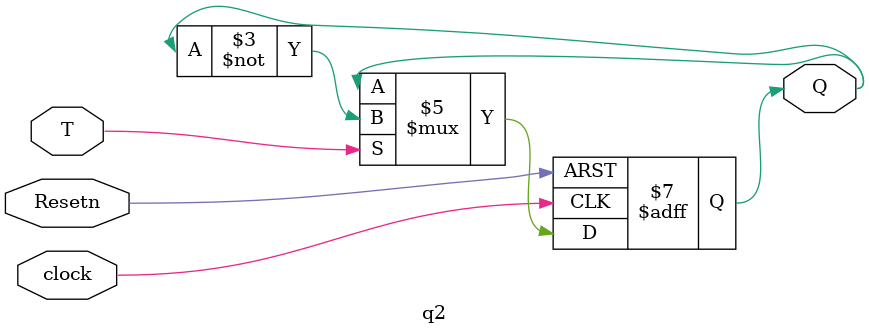
<source format=v>
module q2(T,clock,Resetn,Q);
input T,clock,Resetn;
output reg Q;
always @ (negedge clock or negedge Resetn)
begin
if(!Resetn)
Q <= 0;
else
if(T)
Q <= ~Q;
else
Q <= Q;
end
endmodule

</source>
